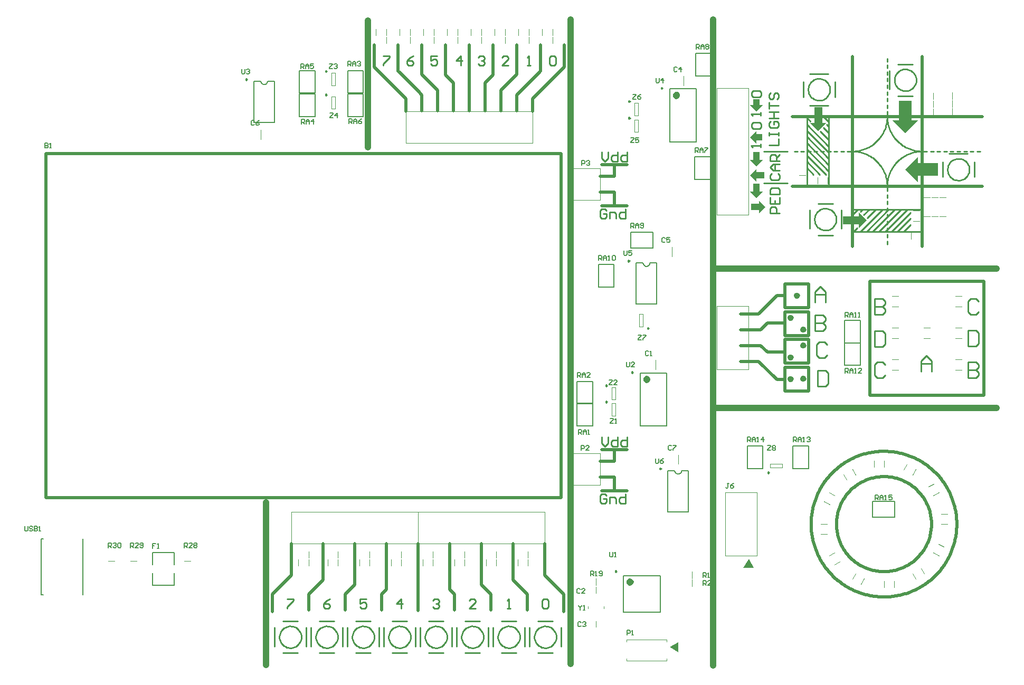
<source format=gto>
G04*
G04 #@! TF.GenerationSoftware,Altium Limited,Altium Designer,18.1.6 (161)*
G04*
G04 Layer_Color=65535*
%FSLAX25Y25*%
%MOIN*%
G70*
G01*
G75*
%ADD10C,0.00984*%
%ADD11C,0.02362*%
%ADD12C,0.00787*%
%ADD13C,0.02000*%
%ADD14C,0.01000*%
%ADD15C,0.00394*%
%ADD16C,0.00500*%
%ADD17C,0.04000*%
%ADD18C,0.00787*%
%ADD19C,0.01968*%
G36*
X564500Y460726D02*
X566500D01*
X562500Y456726D01*
X558500Y460726D01*
X560500D01*
Y464274D01*
X564500D01*
Y460726D01*
D02*
G37*
G36*
X604000Y449500D02*
X606500D01*
X601500Y444500D01*
X596500Y449500D01*
X599000D01*
Y459500D01*
X604000D01*
Y449500D01*
D02*
G37*
G36*
X660500Y451000D02*
X664500D01*
X656500Y443000D01*
X648500Y451000D01*
X652500D01*
Y463500D01*
X660500D01*
Y451000D01*
D02*
G37*
G36*
X562500Y442232D02*
X566047D01*
Y438232D01*
X562500D01*
Y436232D01*
X558500Y440232D01*
X562500Y444232D01*
Y442232D01*
D02*
G37*
G36*
X564500Y426000D02*
X566500D01*
X562500Y422000D01*
X558500Y426000D01*
X560500D01*
Y431000D01*
X564500D01*
Y426000D01*
D02*
G37*
G36*
X664500Y424000D02*
X677000D01*
Y416000D01*
X664500Y416000D01*
X664500Y412000D01*
X656500Y420000D01*
X664500Y428000D01*
Y424000D01*
D02*
G37*
G36*
X562500Y418500D02*
X567500D01*
Y414500D01*
X562500D01*
Y412500D01*
X558500Y416500D01*
X562500Y420500D01*
Y418500D01*
D02*
G37*
G36*
X564500Y406000D02*
X566500D01*
X562500Y402000D01*
X558500Y406000D01*
X560500D01*
Y411000D01*
X564500D01*
Y406000D01*
D02*
G37*
G36*
X568000Y396500D02*
X564000Y392500D01*
Y394500D01*
X559000D01*
Y398500D01*
X564000D01*
Y400500D01*
X568000Y396500D01*
D02*
G37*
G36*
X632000Y388000D02*
X627000Y383000D01*
Y385500D01*
X617000D01*
Y390500D01*
X627000D01*
Y393000D01*
X632000Y388000D01*
D02*
G37*
G36*
X560700Y168450D02*
X554200D01*
X557700Y173950D01*
X560700Y168450D01*
D02*
G37*
G36*
X513250Y114937D02*
X507750Y118437D01*
X513250Y121437D01*
Y114937D01*
D02*
G37*
D10*
X484506Y291826D02*
X483768Y292252D01*
Y291400D01*
X484506Y291826D01*
X502272Y231004D02*
X501534Y231430D01*
Y230577D01*
X502272Y231004D01*
X570492Y228600D02*
X569754Y229026D01*
Y228174D01*
X570492Y228600D01*
X482272Y362272D02*
X481533Y362698D01*
Y361845D01*
X482272Y362272D01*
X494392Y319693D02*
X493654Y320119D01*
Y319267D01*
X494392Y319693D01*
X482592Y463000D02*
X481854Y463426D01*
Y462574D01*
X482592Y463000D01*
Y452500D02*
X481854Y452926D01*
Y452074D01*
X482592Y452500D01*
X468210Y273291D02*
X467472Y273718D01*
Y272865D01*
X468210Y273291D01*
Y283528D02*
X467472Y283954D01*
Y283101D01*
X468210Y283528D01*
X291210Y467189D02*
X290472Y467615D01*
Y466763D01*
X291210Y467189D01*
Y481988D02*
X290472Y482414D01*
Y481562D01*
X291210Y481988D01*
X240890Y476961D02*
X240152Y477387D01*
Y476535D01*
X240890Y476961D01*
X503106Y471320D02*
X502368Y471746D01*
Y470894D01*
X503106Y471320D01*
X474075Y166150D02*
X473337Y166576D01*
Y165724D01*
X474075Y166150D01*
D11*
X494250Y287495D02*
X493806Y288419D01*
X492806Y288647D01*
X492005Y288008D01*
Y286983D01*
X492806Y286344D01*
X493806Y286572D01*
X494250Y287495D01*
X512850Y466989D02*
X512406Y467912D01*
X511407Y468141D01*
X510605Y467501D01*
Y466477D01*
X511407Y465838D01*
X512406Y466066D01*
X512850Y466989D01*
X483622Y159555D02*
X483177Y160479D01*
X482178Y160707D01*
X481377Y160068D01*
Y159043D01*
X482178Y158404D01*
X483177Y158632D01*
X483622Y159555D01*
D12*
X510835Y229724D02*
X511049Y228785D01*
X511650Y228031D01*
X512518Y227613D01*
X513482D01*
X514350Y228031D01*
X514951Y228785D01*
X515165Y229724D01*
X490835Y360992D02*
X491049Y360053D01*
X491650Y359299D01*
X492518Y358881D01*
X493482D01*
X494350Y359299D01*
X494951Y360053D01*
X495165Y360992D01*
X249453Y475681D02*
X249667Y474742D01*
X250268Y473988D01*
X251136Y473570D01*
X252100D01*
X252968Y473988D01*
X253569Y474742D01*
X253784Y475681D01*
X489132Y257968D02*
Y291432D01*
X505668Y257968D02*
Y291432D01*
X489132D02*
X505668D01*
X489132Y257968D02*
X505668Y257968D01*
X506504Y229724D02*
X510835D01*
X515165D02*
X519496D01*
X506504Y203740D02*
X519496D01*
X506504D02*
Y229724D01*
X519496D02*
X519496Y203740D01*
X181110Y157484D02*
Y164965D01*
Y170476D02*
Y177957D01*
X194890Y157484D02*
Y164965D01*
Y170476D02*
Y177957D01*
X181110Y157484D02*
X194890D01*
X181110Y177957D02*
X194890D01*
X499496Y335008D02*
Y360992D01*
X486504Y335008D02*
Y360992D01*
Y335008D02*
X499496D01*
X495165Y360992D02*
X499496D01*
X486504D02*
X490835D01*
X258114Y449697D02*
Y475681D01*
X245122Y449697D02*
Y475681D01*
Y449697D02*
X258114D01*
X253784Y475681D02*
X258114D01*
X245122D02*
X249453D01*
X507732Y437462D02*
Y470926D01*
X524268Y437462D02*
Y470926D01*
X507732D02*
X524268D01*
X507732Y437462D02*
X524268D01*
X478504Y140264D02*
X501732D01*
X478504Y163492D02*
X501732D01*
Y140264D02*
Y163492D01*
X478504Y140264D02*
Y163492D01*
D13*
X689000Y196000D02*
X688989Y197000D01*
X688956Y198000D01*
X688902Y198998D01*
X688826Y199995D01*
X688729Y200991D01*
X688609Y201983D01*
X688468Y202974D01*
X688306Y203960D01*
X688122Y204943D01*
X687917Y205922D01*
X687691Y206896D01*
X687443Y207865D01*
X687175Y208829D01*
X686886Y209786D01*
X686576Y210737D01*
X686245Y211681D01*
X685894Y212617D01*
X685522Y213546D01*
X685131Y214466D01*
X684720Y215377D01*
X684288Y216280D01*
X683838Y217173D01*
X683368Y218055D01*
X682879Y218928D01*
X682371Y219789D01*
X681844Y220640D01*
X681300Y221478D01*
X680737Y222305D01*
X680156Y223119D01*
X679558Y223920D01*
X678942Y224708D01*
X678309Y225483D01*
X677660Y226244D01*
X676994Y226990D01*
X676313Y227722D01*
X675615Y228438D01*
X674902Y229140D01*
X674174Y229825D01*
X673432Y230495D01*
X672675Y231149D01*
X671903Y231785D01*
X671119Y232405D01*
X670321Y233008D01*
X669510Y233593D01*
X668686Y234161D01*
X667850Y234710D01*
X667003Y235241D01*
X666144Y235753D01*
X665274Y236247D01*
X664394Y236722D01*
X663504Y237177D01*
X662604Y237614D01*
X661695Y238030D01*
X660777Y238426D01*
X659850Y238803D01*
X658916Y239159D01*
X657973Y239495D01*
X657024Y239810D01*
X656069Y240105D01*
X655107Y240378D01*
X654139Y240631D01*
X653166Y240862D01*
X652189Y241073D01*
X651207Y241262D01*
X650221Y241430D01*
X649231Y241576D01*
X648239Y241701D01*
X647244Y241804D01*
X646248Y241885D01*
X645249Y241945D01*
X644250Y241983D01*
X643250Y241999D01*
X642250Y241994D01*
X641250Y241967D01*
X640251Y241918D01*
X639254Y241847D01*
X638258Y241755D01*
X637264Y241641D01*
X636274Y241506D01*
X635286Y241349D01*
X634302Y241170D01*
X633322Y240970D01*
X632347Y240749D01*
X631376Y240507D01*
X630411Y240244D01*
X629453Y239960D01*
X628500Y239655D01*
X627555Y239329D01*
X626616Y238983D01*
X625686Y238617D01*
X624763Y238231D01*
X623850Y237824D01*
X622945Y237398D01*
X622050Y236952D01*
X621164Y236487D01*
X620289Y236003D01*
X619425Y235500D01*
X618572Y234978D01*
X617730Y234437D01*
X616901Y233879D01*
X616083Y233303D01*
X615279Y232709D01*
X614487Y232098D01*
X613709Y231469D01*
X612945Y230824D01*
X612195Y230162D01*
X611460Y229485D01*
X610739Y228791D01*
X610034Y228082D01*
X609344Y227358D01*
X608671Y226619D01*
X608013Y225865D01*
X607372Y225097D01*
X606748Y224316D01*
X606141Y223521D01*
X605551Y222713D01*
X604980Y221893D01*
X604426Y221060D01*
X603890Y220216D01*
X603373Y219360D01*
X602874Y218493D01*
X602395Y217615D01*
X601934Y216727D01*
X601494Y215830D01*
X601072Y214923D01*
X600671Y214007D01*
X600289Y213082D01*
X599928Y212150D01*
X599587Y211210D01*
X599267Y210262D01*
X598967Y209308D01*
X598688Y208348D01*
X598430Y207382D01*
X598193Y206410D01*
X597978Y205433D01*
X597783Y204452D01*
X597610Y203467D01*
X597459Y202479D01*
X597329Y201487D01*
X597220Y200493D01*
X597133Y199497D01*
X597068Y198499D01*
X597024Y197500D01*
X597003Y196500D01*
Y195500D01*
X597024Y194500D01*
X597068Y193501D01*
X597133Y192503D01*
X597220Y191507D01*
X597329Y190512D01*
X597459Y189521D01*
X597610Y188532D01*
X597783Y187547D01*
X597978Y186566D01*
X598194Y185590D01*
X598430Y184618D01*
X598688Y183652D01*
X598967Y182692D01*
X599267Y181737D01*
X599587Y180790D01*
X599928Y179850D01*
X600290Y178917D01*
X600671Y177993D01*
X601073Y177077D01*
X601494Y176170D01*
X601935Y175272D01*
X602395Y174384D01*
X602875Y173507D01*
X603373Y172640D01*
X603890Y171784D01*
X604426Y170939D01*
X604980Y170107D01*
X605552Y169286D01*
X606141Y168478D01*
X606748Y167684D01*
X607373Y166902D01*
X608013Y166135D01*
X608671Y165381D01*
X609345Y164642D01*
X610034Y163918D01*
X610740Y163209D01*
X611460Y162515D01*
X612196Y161837D01*
X612946Y161176D01*
X613710Y160531D01*
X614488Y159902D01*
X615279Y159291D01*
X616084Y158697D01*
X616901Y158121D01*
X617731Y157562D01*
X618572Y157022D01*
X619425Y156500D01*
X620290Y155997D01*
X621165Y155513D01*
X622050Y155048D01*
X622945Y154602D01*
X623850Y154176D01*
X624764Y153769D01*
X625686Y153383D01*
X626617Y153016D01*
X627555Y152670D01*
X628501Y152345D01*
X629453Y152040D01*
X630412Y151756D01*
X631377Y151493D01*
X632347Y151251D01*
X633322Y151030D01*
X634302Y150830D01*
X635286Y150651D01*
X636274Y150494D01*
X637265Y150359D01*
X638259Y150245D01*
X639254Y150153D01*
X640252Y150082D01*
X641251Y150033D01*
X642250Y150006D01*
X643251Y150001D01*
X644250Y150017D01*
X645250Y150055D01*
X646248Y150115D01*
X647245Y150196D01*
X648240Y150299D01*
X649232Y150424D01*
X650221Y150570D01*
X651207Y150738D01*
X652189Y150927D01*
X653167Y151138D01*
X654140Y151369D01*
X655107Y151622D01*
X656069Y151896D01*
X657025Y152190D01*
X657974Y152505D01*
X658916Y152841D01*
X659850Y153197D01*
X660777Y153574D01*
X661695Y153970D01*
X662604Y154387D01*
X663504Y154823D01*
X664395Y155278D01*
X665275Y155753D01*
X666145Y156247D01*
X667003Y156759D01*
X667851Y157290D01*
X668686Y157840D01*
X669510Y158407D01*
X670321Y158992D01*
X671119Y159595D01*
X671904Y160215D01*
X672675Y160852D01*
X673432Y161505D01*
X674174Y162175D01*
X674902Y162860D01*
X675615Y163562D01*
X676313Y164278D01*
X676995Y165010D01*
X677660Y165756D01*
X678309Y166517D01*
X678942Y167292D01*
X679558Y168080D01*
X680156Y168881D01*
X680737Y169695D01*
X681300Y170522D01*
X681845Y171361D01*
X682371Y172211D01*
X682879Y173072D01*
X683368Y173945D01*
X683838Y174828D01*
X684288Y175720D01*
X684720Y176623D01*
X685131Y177534D01*
X685522Y178454D01*
X685894Y179383D01*
X686245Y180319D01*
X686576Y181263D01*
X686886Y182214D01*
X687175Y183171D01*
X687443Y184135D01*
X687691Y185104D01*
X687917Y186078D01*
X688122Y187057D01*
X688306Y188040D01*
X688468Y189026D01*
X688609Y190016D01*
X688729Y191009D01*
X688826Y192005D01*
X688902Y193002D01*
X688956Y194000D01*
X688989Y195000D01*
X689000Y196000D01*
X673000Y196000D02*
X672983Y197002D01*
X672933Y198004D01*
X672849Y199003D01*
X672732Y199999D01*
X672582Y200990D01*
X672399Y201976D01*
X672183Y202955D01*
X671934Y203926D01*
X671653Y204888D01*
X671340Y205841D01*
X670995Y206782D01*
X670619Y207712D01*
X670213Y208628D01*
X669776Y209530D01*
X669309Y210418D01*
X668812Y211288D01*
X668287Y212142D01*
X667733Y212978D01*
X667152Y213795D01*
X666544Y214593D01*
X665910Y215369D01*
X665250Y216124D01*
X664565Y216856D01*
X663856Y217565D01*
X663124Y218250D01*
X662369Y218910D01*
X661592Y219544D01*
X660795Y220152D01*
X659978Y220733D01*
X659142Y221287D01*
X658288Y221812D01*
X657417Y222308D01*
X656530Y222776D01*
X655628Y223213D01*
X654712Y223620D01*
X653782Y223995D01*
X652841Y224340D01*
X651888Y224653D01*
X650926Y224934D01*
X649955Y225183D01*
X648976Y225399D01*
X647990Y225582D01*
X646999Y225732D01*
X646003Y225849D01*
X645004Y225933D01*
X644002Y225983D01*
X643000Y226000D01*
X641997Y225983D01*
X640996Y225933D01*
X639997Y225849D01*
X639001Y225732D01*
X638010Y225582D01*
X637024Y225399D01*
X636045Y225183D01*
X635074Y224934D01*
X634112Y224653D01*
X633159Y224340D01*
X632218Y223995D01*
X631288Y223620D01*
X630372Y223213D01*
X629470Y222776D01*
X628582Y222308D01*
X627711Y221812D01*
X626858Y221287D01*
X626022Y220733D01*
X625205Y220152D01*
X624407Y219544D01*
X623631Y218910D01*
X622877Y218250D01*
X622144Y217565D01*
X621435Y216856D01*
X620750Y216124D01*
X620090Y215369D01*
X619456Y214593D01*
X618848Y213795D01*
X618267Y212978D01*
X617713Y212142D01*
X617188Y211288D01*
X616691Y210418D01*
X616224Y209530D01*
X615787Y208628D01*
X615380Y207712D01*
X615005Y206782D01*
X614660Y205841D01*
X614347Y204888D01*
X614066Y203926D01*
X613817Y202955D01*
X613601Y201976D01*
X613418Y200990D01*
X613268Y199999D01*
X613151Y199003D01*
X613067Y198004D01*
X613017Y197002D01*
X613000Y196000D01*
X613017Y194998D01*
X613067Y193996D01*
X613151Y192997D01*
X613268Y192001D01*
X613418Y191010D01*
X613601Y190024D01*
X613817Y189046D01*
X614066Y188074D01*
X614347Y187112D01*
X614660Y186159D01*
X615004Y185218D01*
X615380Y184288D01*
X615787Y183372D01*
X616224Y182470D01*
X616691Y181583D01*
X617188Y180712D01*
X617713Y179858D01*
X618267Y179022D01*
X618848Y178205D01*
X619456Y177408D01*
X620090Y176631D01*
X620750Y175877D01*
X621435Y175144D01*
X622144Y174435D01*
X622876Y173751D01*
X623631Y173091D01*
X624407Y172456D01*
X625204Y171848D01*
X626021Y171267D01*
X626857Y170713D01*
X627711Y170188D01*
X628582Y169692D01*
X629469Y169225D01*
X630372Y168787D01*
X631288Y168381D01*
X632218Y168005D01*
X633159Y167660D01*
X634111Y167347D01*
X635074Y167066D01*
X636045Y166817D01*
X637024Y166601D01*
X638010Y166418D01*
X639001Y166268D01*
X639997Y166151D01*
X640996Y166067D01*
X641997Y166017D01*
X643000Y166000D01*
X644002Y166017D01*
X645004Y166067D01*
X646003Y166151D01*
X646998Y166268D01*
X647990Y166418D01*
X648975Y166601D01*
X649954Y166817D01*
X650926Y167066D01*
X651888Y167347D01*
X652841Y167660D01*
X653782Y168005D01*
X654711Y168380D01*
X655628Y168787D01*
X656530Y169224D01*
X657417Y169691D01*
X658288Y170188D01*
X659142Y170713D01*
X659978Y171267D01*
X660795Y171848D01*
X661592Y172456D01*
X662369Y173090D01*
X663123Y173750D01*
X663856Y174435D01*
X664565Y175144D01*
X665249Y175876D01*
X665909Y176631D01*
X666544Y177407D01*
X667152Y178204D01*
X667733Y179021D01*
X668287Y179857D01*
X668812Y180711D01*
X669308Y181582D01*
X669775Y182469D01*
X670213Y183372D01*
X670619Y184288D01*
X670995Y185217D01*
X671340Y186159D01*
X671653Y187111D01*
X671934Y188074D01*
X672183Y189045D01*
X672399Y190024D01*
X672582Y191010D01*
X672732Y192001D01*
X672849Y192997D01*
X672933Y193996D01*
X672983Y194997D01*
X673000Y196000D01*
X592959Y287839D02*
X592459Y288705D01*
X591459D01*
X590959Y287839D01*
X591459Y286973D01*
X592459D01*
X592959Y287839D01*
X584959Y301339D02*
X584459Y302205D01*
X583459D01*
X582959Y301339D01*
X583459Y300473D01*
X584459D01*
X584959Y301339D01*
X592959Y318839D02*
X592459Y319705D01*
X591459D01*
X590959Y318839D01*
X591459Y317973D01*
X592459D01*
X592959Y318839D01*
X584959Y287654D02*
X584459Y288520D01*
X583459D01*
X582959Y287654D01*
X583459Y286788D01*
X584459D01*
X584959Y287654D01*
X592959Y308839D02*
X592459Y309705D01*
X591459D01*
X590959Y308839D01*
X591459Y307973D01*
X592459D01*
X592959Y308839D01*
X584959Y326339D02*
X584459Y327205D01*
X583459D01*
X582959Y326339D01*
X583459Y325473D01*
X584459D01*
X584959Y326339D01*
X588959Y340339D02*
X588459Y341205D01*
X587459D01*
X586959Y340339D01*
X587459Y339473D01*
X588459D01*
X588959Y340339D01*
X552459Y308839D02*
X565102D01*
X569264Y304677D01*
X580459D01*
X552459Y298839D02*
X563839D01*
X575339Y287339D01*
X580327D01*
X575339Y340339D02*
X580327D01*
X563839Y328839D02*
X575339Y340339D01*
X552459Y328839D02*
X563839D01*
X569264Y323000D02*
X580459D01*
X565102Y318839D02*
X569264Y323000D01*
X552459Y318839D02*
X565102D01*
X580459Y295207D02*
X595459D01*
Y280207D02*
Y295207D01*
X580459Y280207D02*
X595459D01*
X580459D02*
Y295207D01*
Y312707D02*
X595459D01*
Y297707D02*
Y312707D01*
X580459Y297707D02*
X595459D01*
X580459D02*
Y312707D01*
Y330207D02*
X595459D01*
Y315207D02*
Y330207D01*
X580459Y315207D02*
X595459D01*
X580459D02*
Y330207D01*
Y332707D02*
Y347707D01*
Y332707D02*
X595459D01*
Y347707D01*
X580459D02*
X595459D01*
X634000Y277500D02*
Y349500D01*
Y277500D02*
X706000D01*
Y349500D01*
X634000Y349500D02*
X706000Y349500D01*
X113618Y212689D02*
X439118Y212689D01*
X113618Y430189D02*
X113618Y212689D01*
X113618Y430189D02*
X439118D01*
X439118Y212689D01*
X464618Y243189D02*
X480618D01*
X464618Y217189D02*
X480618D01*
X328618Y154689D02*
Y183689D01*
X308618Y157689D02*
Y183689D01*
X288618Y160689D02*
Y183689D01*
X268618Y166689D02*
Y183689D01*
X464618Y397189D02*
X480618D01*
X464618Y423189D02*
X480618D01*
X348618Y141413D02*
Y183689D01*
X428618Y166689D02*
Y183689D01*
X408618Y160689D02*
Y183689D01*
X388618Y157689D02*
Y183689D01*
X368618Y154689D02*
Y183689D01*
D14*
X612890Y388500D02*
X612816Y389503D01*
X612598Y390485D01*
X612238Y391424D01*
X611746Y392302D01*
X611131Y393098D01*
X610407Y393796D01*
X609589Y394381D01*
X608695Y394841D01*
X607743Y395166D01*
X606753Y395348D01*
X605748Y395385D01*
X604749Y395275D01*
X603775Y395021D01*
X602850Y394627D01*
X601991Y394103D01*
X601218Y393460D01*
X600547Y392711D01*
X599992Y391872D01*
X599565Y390961D01*
X599275Y389998D01*
X599129Y389003D01*
Y387997D01*
X599275Y387002D01*
X599565Y386039D01*
X599992Y385128D01*
X600547Y384289D01*
X601218Y383540D01*
X601991Y382897D01*
X602850Y382373D01*
X603776Y381979D01*
X604749Y381725D01*
X605748Y381615D01*
X606754Y381652D01*
X607743Y381834D01*
X608695Y382159D01*
X609589Y382619D01*
X610407Y383204D01*
X611131Y383902D01*
X611746Y384699D01*
X612238Y385576D01*
X612598Y386515D01*
X612816Y387497D01*
X612890Y388500D01*
X608890Y470500D02*
X608816Y471503D01*
X608598Y472485D01*
X608238Y473424D01*
X607746Y474302D01*
X607131Y475098D01*
X606407Y475796D01*
X605589Y476381D01*
X604695Y476841D01*
X603743Y477166D01*
X602753Y477348D01*
X601748Y477385D01*
X600749Y477275D01*
X599775Y477021D01*
X598850Y476627D01*
X597991Y476103D01*
X597218Y475460D01*
X596547Y474711D01*
X595992Y473872D01*
X595565Y472961D01*
X595275Y471998D01*
X595129Y471003D01*
Y469997D01*
X595275Y469002D01*
X595565Y468039D01*
X595992Y467128D01*
X596547Y466289D01*
X597218Y465540D01*
X597991Y464897D01*
X598850Y464373D01*
X599775Y463979D01*
X600749Y463725D01*
X601748Y463615D01*
X602754Y463652D01*
X603743Y463834D01*
X604695Y464159D01*
X605589Y464619D01*
X606407Y465204D01*
X607131Y465902D01*
X607746Y466699D01*
X608238Y467576D01*
X608598Y468515D01*
X608816Y469497D01*
X608890Y470500D01*
X696890Y420000D02*
X696816Y421003D01*
X696598Y421985D01*
X696238Y422924D01*
X695746Y423802D01*
X695131Y424598D01*
X694407Y425296D01*
X693589Y425881D01*
X692695Y426341D01*
X691743Y426666D01*
X690754Y426848D01*
X689748Y426885D01*
X688749Y426775D01*
X687775Y426521D01*
X686850Y426127D01*
X685991Y425603D01*
X685218Y424960D01*
X684547Y424211D01*
X683992Y423372D01*
X683565Y422461D01*
X683275Y421498D01*
X683129Y420503D01*
Y419497D01*
X683275Y418502D01*
X683565Y417539D01*
X683992Y416628D01*
X684547Y415789D01*
X685218Y415040D01*
X685991Y414397D01*
X686850Y413873D01*
X687775Y413479D01*
X688749Y413225D01*
X689748Y413115D01*
X690754Y413152D01*
X691743Y413334D01*
X692695Y413659D01*
X693589Y414119D01*
X694407Y414704D01*
X695131Y415402D01*
X695746Y416198D01*
X696238Y417076D01*
X696598Y418015D01*
X696816Y418997D01*
X696890Y420000D01*
X663390Y476500D02*
X663316Y477503D01*
X663098Y478485D01*
X662738Y479424D01*
X662246Y480302D01*
X661631Y481098D01*
X660907Y481796D01*
X660089Y482381D01*
X659195Y482841D01*
X658243Y483166D01*
X657254Y483348D01*
X656248Y483385D01*
X655249Y483275D01*
X654275Y483021D01*
X653350Y482627D01*
X652491Y482103D01*
X651718Y481460D01*
X651047Y480711D01*
X650492Y479872D01*
X650065Y478961D01*
X649775Y477998D01*
X649629Y477003D01*
Y475997D01*
X649775Y475002D01*
X650065Y474039D01*
X650492Y473128D01*
X651047Y472289D01*
X651718Y471540D01*
X652491Y470897D01*
X653350Y470373D01*
X654275Y469979D01*
X655249Y469725D01*
X656248Y469615D01*
X657254Y469652D01*
X658243Y469834D01*
X659195Y470159D01*
X660089Y470619D01*
X660907Y471204D01*
X661631Y471902D01*
X662246Y472698D01*
X662738Y473576D01*
X663098Y474515D01*
X663316Y475497D01*
X663390Y476500D01*
X390008Y124689D02*
X389934Y125692D01*
X389716Y126674D01*
X389356Y127613D01*
X388864Y128491D01*
X388249Y129287D01*
X387525Y129985D01*
X386707Y130570D01*
X385813Y131030D01*
X384861Y131355D01*
X383872Y131537D01*
X382867Y131574D01*
X381867Y131464D01*
X380894Y131210D01*
X379968Y130816D01*
X379109Y130292D01*
X378336Y129649D01*
X377665Y128900D01*
X377110Y128061D01*
X376683Y127150D01*
X376393Y126187D01*
X376247Y125192D01*
Y124186D01*
X376393Y123191D01*
X376683Y122228D01*
X377110Y121317D01*
X377665Y120478D01*
X378336Y119729D01*
X379109Y119086D01*
X379968Y118562D01*
X380894Y118168D01*
X381867Y117914D01*
X382867Y117804D01*
X383872Y117841D01*
X384861Y118023D01*
X385813Y118348D01*
X386707Y118808D01*
X387525Y119393D01*
X388249Y120091D01*
X388864Y120887D01*
X389356Y121765D01*
X389716Y122704D01*
X389934Y123686D01*
X390008Y124689D01*
X367008D02*
X366934Y125692D01*
X366716Y126674D01*
X366356Y127613D01*
X365864Y128491D01*
X365249Y129287D01*
X364525Y129985D01*
X363707Y130570D01*
X362813Y131030D01*
X361861Y131355D01*
X360872Y131537D01*
X359867Y131574D01*
X358867Y131464D01*
X357894Y131210D01*
X356968Y130816D01*
X356109Y130292D01*
X355336Y129649D01*
X354665Y128900D01*
X354110Y128061D01*
X353683Y127150D01*
X353393Y126187D01*
X353247Y125192D01*
Y124186D01*
X353393Y123191D01*
X353683Y122228D01*
X354110Y121317D01*
X354665Y120478D01*
X355336Y119729D01*
X356109Y119086D01*
X356968Y118562D01*
X357894Y118168D01*
X358867Y117914D01*
X359867Y117804D01*
X360872Y117841D01*
X361861Y118023D01*
X362813Y118348D01*
X363707Y118808D01*
X364525Y119393D01*
X365249Y120091D01*
X365864Y120887D01*
X366356Y121765D01*
X366716Y122704D01*
X366934Y123686D01*
X367008Y124689D01*
X298008D02*
X297935Y125692D01*
X297716Y126674D01*
X297357Y127613D01*
X296864Y128491D01*
X296250Y129287D01*
X295525Y129985D01*
X294707Y130570D01*
X293813Y131030D01*
X292861Y131355D01*
X291872Y131537D01*
X290867Y131574D01*
X289867Y131464D01*
X288894Y131210D01*
X287968Y130816D01*
X287109Y130292D01*
X286336Y129649D01*
X285665Y128900D01*
X285110Y128061D01*
X284683Y127150D01*
X284393Y126187D01*
X284247Y125192D01*
Y124186D01*
X284393Y123191D01*
X284683Y122228D01*
X285110Y121317D01*
X285665Y120478D01*
X286336Y119729D01*
X287109Y119086D01*
X287968Y118562D01*
X288894Y118168D01*
X289867Y117914D01*
X290867Y117804D01*
X291872Y117841D01*
X292861Y118023D01*
X293813Y118348D01*
X294707Y118808D01*
X295525Y119393D01*
X296250Y120091D01*
X296864Y120887D01*
X297357Y121765D01*
X297716Y122704D01*
X297935Y123686D01*
X298008Y124689D01*
X275008D02*
X274935Y125692D01*
X274716Y126674D01*
X274357Y127613D01*
X273864Y128491D01*
X273250Y129287D01*
X272525Y129985D01*
X271707Y130570D01*
X270813Y131030D01*
X269861Y131355D01*
X268872Y131537D01*
X267867Y131574D01*
X266867Y131464D01*
X265894Y131210D01*
X264968Y130816D01*
X264109Y130292D01*
X263336Y129649D01*
X262665Y128900D01*
X262110Y128061D01*
X261683Y127150D01*
X261393Y126187D01*
X261247Y125192D01*
Y124186D01*
X261393Y123191D01*
X261683Y122228D01*
X262110Y121317D01*
X262665Y120478D01*
X263336Y119729D01*
X264109Y119086D01*
X264968Y118562D01*
X265894Y118168D01*
X266867Y117914D01*
X267867Y117804D01*
X268872Y117841D01*
X269861Y118023D01*
X270813Y118348D01*
X271707Y118808D01*
X272525Y119393D01*
X273250Y120091D01*
X273864Y120887D01*
X274357Y121765D01*
X274716Y122704D01*
X274935Y123686D01*
X275008Y124689D01*
X321008D02*
X320935Y125692D01*
X320716Y126674D01*
X320356Y127613D01*
X319864Y128491D01*
X319250Y129287D01*
X318525Y129985D01*
X317707Y130570D01*
X316813Y131030D01*
X315861Y131355D01*
X314872Y131537D01*
X313867Y131574D01*
X312867Y131464D01*
X311894Y131210D01*
X310968Y130816D01*
X310109Y130292D01*
X309336Y129649D01*
X308665Y128900D01*
X308110Y128061D01*
X307683Y127150D01*
X307393Y126187D01*
X307247Y125192D01*
Y124186D01*
X307393Y123191D01*
X307683Y122228D01*
X308110Y121317D01*
X308665Y120478D01*
X309336Y119729D01*
X310109Y119086D01*
X310968Y118562D01*
X311894Y118168D01*
X312867Y117914D01*
X313867Y117804D01*
X314872Y117841D01*
X315861Y118023D01*
X316813Y118348D01*
X317707Y118808D01*
X318525Y119393D01*
X319250Y120091D01*
X319864Y120887D01*
X320356Y121765D01*
X320716Y122704D01*
X320935Y123686D01*
X321008Y124689D01*
X344008D02*
X343934Y125692D01*
X343716Y126674D01*
X343356Y127613D01*
X342864Y128491D01*
X342249Y129287D01*
X341525Y129985D01*
X340707Y130570D01*
X339813Y131030D01*
X338861Y131355D01*
X337872Y131537D01*
X336867Y131574D01*
X335867Y131464D01*
X334894Y131210D01*
X333968Y130816D01*
X333109Y130292D01*
X332336Y129649D01*
X331665Y128900D01*
X331110Y128061D01*
X330683Y127150D01*
X330393Y126187D01*
X330247Y125192D01*
Y124186D01*
X330393Y123191D01*
X330683Y122228D01*
X331110Y121317D01*
X331665Y120478D01*
X332336Y119729D01*
X333109Y119086D01*
X333968Y118562D01*
X334894Y118168D01*
X335867Y117914D01*
X336867Y117804D01*
X337872Y117841D01*
X338861Y118023D01*
X339813Y118348D01*
X340707Y118808D01*
X341525Y119393D01*
X342249Y120091D01*
X342864Y120887D01*
X343356Y121765D01*
X343716Y122704D01*
X343934Y123686D01*
X344008Y124689D01*
X413008D02*
X412934Y125692D01*
X412716Y126674D01*
X412357Y127613D01*
X411864Y128491D01*
X411249Y129287D01*
X410525Y129985D01*
X409707Y130570D01*
X408813Y131030D01*
X407861Y131355D01*
X406872Y131537D01*
X405867Y131574D01*
X404867Y131464D01*
X403894Y131210D01*
X402968Y130816D01*
X402109Y130292D01*
X401336Y129649D01*
X400665Y128900D01*
X400110Y128061D01*
X399683Y127150D01*
X399393Y126187D01*
X399247Y125192D01*
Y124186D01*
X399393Y123191D01*
X399683Y122228D01*
X400110Y121317D01*
X400665Y120478D01*
X401336Y119729D01*
X402109Y119086D01*
X402968Y118562D01*
X403894Y118168D01*
X404867Y117914D01*
X405867Y117804D01*
X406872Y117841D01*
X407861Y118023D01*
X408813Y118348D01*
X409707Y118808D01*
X410525Y119393D01*
X411249Y120091D01*
X411864Y120887D01*
X412357Y121765D01*
X412716Y122704D01*
X412934Y123686D01*
X413008Y124689D01*
X436008D02*
X435934Y125692D01*
X435716Y126674D01*
X435357Y127613D01*
X434864Y128491D01*
X434249Y129287D01*
X433525Y129985D01*
X432707Y130570D01*
X431813Y131030D01*
X430861Y131355D01*
X429872Y131537D01*
X428867Y131574D01*
X427867Y131464D01*
X426894Y131210D01*
X425968Y130816D01*
X425109Y130292D01*
X424336Y129649D01*
X423665Y128900D01*
X423110Y128061D01*
X422683Y127150D01*
X422393Y126187D01*
X422247Y125192D01*
Y124186D01*
X422393Y123191D01*
X422683Y122228D01*
X423110Y121317D01*
X423665Y120478D01*
X424336Y119729D01*
X425109Y119086D01*
X425968Y118562D01*
X426894Y118168D01*
X427867Y117914D01*
X428867Y117804D01*
X429872Y117841D01*
X430861Y118023D01*
X431813Y118348D01*
X432707Y118808D01*
X433525Y119393D01*
X434249Y120091D01*
X434864Y120887D01*
X435357Y121765D01*
X435716Y122704D01*
X435934Y123686D01*
X436008Y124689D01*
X645000Y453500D02*
X645022Y452513D01*
X645089Y451528D01*
X645199Y450547D01*
X645354Y449572D01*
X645552Y448605D01*
X645793Y447647D01*
X646077Y446702D01*
X646403Y445770D01*
X646770Y444853D01*
X647179Y443955D01*
X647627Y443075D01*
X648114Y442216D01*
X648639Y441380D01*
X649202Y440569D01*
X649800Y439783D01*
X650432Y439025D01*
X651098Y438297D01*
X651797Y437599D01*
X652525Y436932D01*
X653283Y436300D01*
X654069Y435702D01*
X654880Y435139D01*
X655716Y434614D01*
X656575Y434127D01*
X657454Y433679D01*
X658353Y433270D01*
X659270Y432903D01*
X660202Y432577D01*
X661147Y432293D01*
X662105Y432052D01*
X663072Y431854D01*
X664047Y431699D01*
X665028Y431589D01*
X666013Y431522D01*
X667000Y431500D01*
X666013Y431478D01*
X665028Y431411D01*
X664047Y431301D01*
X663072Y431146D01*
X662105Y430948D01*
X661147Y430707D01*
X660202Y430423D01*
X659270Y430097D01*
X658354Y429730D01*
X657455Y429321D01*
X656575Y428873D01*
X655716Y428386D01*
X654880Y427861D01*
X654069Y427298D01*
X653283Y426700D01*
X652525Y426068D01*
X651797Y425401D01*
X651098Y424703D01*
X650432Y423975D01*
X649800Y423217D01*
X649202Y422431D01*
X648639Y421620D01*
X648114Y420784D01*
X647627Y419925D01*
X647179Y419045D01*
X646770Y418147D01*
X646403Y417230D01*
X646077Y416298D01*
X645793Y415353D01*
X645552Y414396D01*
X645354Y413428D01*
X645199Y412453D01*
X645089Y411472D01*
X645022Y410487D01*
X645000Y409500D01*
Y409500D02*
X644978Y410487D01*
X644911Y411472D01*
X644801Y412453D01*
X644647Y413428D01*
X644448Y414396D01*
X644207Y415353D01*
X643923Y416298D01*
X643597Y417230D01*
X643230Y418147D01*
X642821Y419045D01*
X642373Y419925D01*
X641886Y420784D01*
X641361Y421620D01*
X640798Y422431D01*
X640200Y423217D01*
X639568Y423975D01*
X638902Y424703D01*
X638203Y425401D01*
X637475Y426068D01*
X636717Y426700D01*
X635931Y427298D01*
X635120Y427861D01*
X634284Y428386D01*
X633425Y428873D01*
X632545Y429321D01*
X631647Y429730D01*
X630730Y430097D01*
X629798Y430423D01*
X628853Y430707D01*
X627895Y430948D01*
X626928Y431146D01*
X625953Y431301D01*
X624972Y431411D01*
X623987Y431478D01*
X623000Y431500D01*
X623987Y431522D01*
X624972Y431589D01*
X625953Y431699D01*
X626928Y431854D01*
X627895Y432052D01*
X628853Y432293D01*
X629798Y432577D01*
X630730Y432903D01*
X631647Y433270D01*
X632546Y433679D01*
X633425Y434127D01*
X634284Y434614D01*
X635120Y435139D01*
X635931Y435702D01*
X636717Y436300D01*
X637475Y436933D01*
X638203Y437599D01*
X638902Y438297D01*
X639568Y439025D01*
X640200Y439783D01*
X640798Y440569D01*
X641361Y441380D01*
X641886Y442216D01*
X642373Y443075D01*
X642821Y443955D01*
X643230Y444854D01*
X643597Y445770D01*
X643923Y446702D01*
X644207Y447647D01*
X644448Y448605D01*
X644647Y449572D01*
X644801Y450547D01*
X644911Y451528D01*
X644978Y452513D01*
X645000Y453500D01*
X616039Y382594D02*
Y394406D01*
X601276Y398539D02*
X610724D01*
X601276Y378461D02*
X610724D01*
X595961Y382594D02*
Y394406D01*
X596095Y460461D02*
X607905D01*
X612039Y465776D02*
Y475224D01*
X591961Y465776D02*
Y475224D01*
X596095Y480539D02*
X607905D01*
X684094Y409961D02*
X695905D01*
X700039Y415276D02*
Y424724D01*
X679961Y415276D02*
Y424724D01*
X684094Y430039D02*
X695905D01*
X666539Y470595D02*
Y482406D01*
X651776Y486539D02*
X661224D01*
X651776Y466461D02*
X661224D01*
X646461Y470595D02*
Y482406D01*
X373079Y118783D02*
Y130595D01*
X378394Y114650D02*
X387843D01*
X378394Y134728D02*
X387843D01*
X393158Y118783D02*
Y130595D01*
X370158Y118783D02*
Y130595D01*
X355394Y134728D02*
X364843D01*
X355394Y114650D02*
X364843D01*
X350079Y118783D02*
Y130595D01*
X281079Y118783D02*
Y130595D01*
X286394Y114650D02*
X295843D01*
X286394Y134728D02*
X295843D01*
X301158Y118783D02*
Y130595D01*
X278158Y118783D02*
Y130595D01*
X263394Y134728D02*
X272843D01*
X263394Y114650D02*
X272843D01*
X258079Y118783D02*
Y130595D01*
X304079Y118783D02*
Y130595D01*
X309394Y114650D02*
X318843D01*
X309394Y134728D02*
X318843D01*
X324158Y118783D02*
Y130595D01*
X347158Y118783D02*
Y130595D01*
X332394Y134728D02*
X341843D01*
X332394Y114650D02*
X341843D01*
X327079Y118783D02*
Y130595D01*
X396079Y118783D02*
Y130595D01*
X401394Y114650D02*
X410843D01*
X401394Y134728D02*
X410843D01*
X416158Y118783D02*
Y130595D01*
X439158Y118783D02*
Y130595D01*
X424394Y134728D02*
X433843D01*
X424394Y114650D02*
X433843D01*
X419079Y118783D02*
Y130595D01*
X567000Y411500D02*
X582000D01*
X567000Y431500D02*
X582000D01*
X627995Y380790D02*
X628090D01*
X655428D02*
X659619Y384981D01*
X651523Y380790D02*
X659629Y388896D01*
X647617Y380790D02*
X659614Y392786D01*
X643712Y380790D02*
X657617Y394695D01*
X639806Y380790D02*
X653712Y394695D01*
X641901D02*
X643995D01*
X637695D02*
X638995D01*
X622894Y394700D02*
X666934D01*
X635901Y380790D02*
X649806Y394695D01*
X628090Y380790D02*
X641995Y394695D01*
X631995Y380790D02*
X645901Y394695D01*
X630134Y391369D02*
X633603Y394695D01*
X622894Y380795D02*
X666800D01*
X632300Y389300D02*
X637695Y394695D01*
X628104Y393296D02*
X629394Y394586D01*
X623394Y391686D02*
X626304Y394596D01*
X624105Y381193D02*
X625966Y383054D01*
X645000Y453500D02*
Y456600D01*
Y458800D02*
Y460800D01*
Y463000D02*
Y465000D01*
Y467200D02*
Y469200D01*
Y471400D02*
Y473400D01*
Y475600D02*
Y477600D01*
Y479800D02*
Y481800D01*
Y484000D02*
Y486000D01*
Y488200D02*
Y490200D01*
X667000Y431500D02*
X670100D01*
X672300D02*
X674300D01*
X676500D02*
X678500D01*
X680700D02*
X682700D01*
X684900D02*
X686900D01*
X689100D02*
X691100D01*
X693300D02*
X695300D01*
X697500D02*
X699500D01*
X701700D02*
X703700D01*
X645000Y406400D02*
Y409500D01*
Y402200D02*
Y404200D01*
Y398000D02*
Y400000D01*
Y393800D02*
Y395800D01*
Y389600D02*
Y391600D01*
Y385400D02*
Y387400D01*
Y381200D02*
Y383200D01*
Y377000D02*
Y379000D01*
Y372800D02*
Y374800D01*
X586300Y431500D02*
X588300D01*
X590500D02*
X592500D01*
X594700D02*
X596700D01*
X598900D02*
X600900D01*
X603100D02*
X605100D01*
X607300D02*
X609300D01*
X611500D02*
X613500D01*
X615700D02*
X617700D01*
X619900D02*
X623000D01*
X594693Y452395D02*
X596555Y450534D01*
X605186Y453106D02*
X608096Y450196D01*
X606796Y448396D02*
X608086Y447106D01*
X602800Y444200D02*
X608195Y438805D01*
X594295Y409700D02*
Y453606D01*
X604869Y446366D02*
X608195Y442897D01*
X594290Y444505D02*
X608195Y430599D01*
X594290Y448410D02*
X608195Y434505D01*
X594290Y440599D02*
X608195Y426694D01*
X608200Y409566D02*
Y453606D01*
X608195Y437505D02*
Y438805D01*
Y432505D02*
Y434599D01*
X594290Y436694D02*
X608195Y422788D01*
X594290Y432788D02*
X608195Y418883D01*
X594290Y428883D02*
X606286Y416886D01*
X594290Y424977D02*
X602396Y416871D01*
X594290Y421072D02*
X598481Y416881D01*
X594290Y448410D02*
Y448505D01*
X600959Y293182D02*
Y283185D01*
X605957D01*
X607624Y284851D01*
Y291516D01*
X605957Y293182D01*
X600959D01*
X607124Y309516D02*
X605457Y311182D01*
X602125D01*
X600459Y309516D01*
Y302851D01*
X602125Y301185D01*
X605457D01*
X607124Y302851D01*
X599459Y328182D02*
Y318185D01*
X604457D01*
X606124Y319851D01*
Y321517D01*
X604457Y323183D01*
X599459D01*
X604457D01*
X606124Y324850D01*
Y326516D01*
X604457Y328182D01*
X599459D01*
X599387Y336185D02*
Y342850D01*
X602720Y346182D01*
X606052Y342850D01*
Y336185D01*
Y341183D01*
X599387D01*
X696000Y318497D02*
Y308500D01*
X700998D01*
X702665Y310166D01*
Y316831D01*
X700998Y318497D01*
X696000D01*
X637000Y317997D02*
Y308000D01*
X641998D01*
X643665Y309666D01*
Y316331D01*
X641998Y317997D01*
X637000D01*
X702665Y336831D02*
X700998Y338497D01*
X697666D01*
X696000Y336831D01*
Y330166D01*
X697666Y328500D01*
X700998D01*
X702665Y330166D01*
X643665Y296831D02*
X641998Y298497D01*
X638666D01*
X637000Y296831D01*
Y290166D01*
X638666Y288500D01*
X641998D01*
X643665Y290166D01*
X696000Y298497D02*
Y288500D01*
X700998D01*
X702665Y290166D01*
Y291832D01*
X700998Y293498D01*
X696000D01*
X700998D01*
X702665Y295164D01*
Y296831D01*
X700998Y298497D01*
X696000D01*
X637000Y338497D02*
Y328500D01*
X641998D01*
X643665Y330166D01*
Y331832D01*
X641998Y333498D01*
X637000D01*
X641998D01*
X643665Y335164D01*
Y336831D01*
X641998Y338497D01*
X637000D01*
X666500Y292500D02*
Y299165D01*
X669832Y302497D01*
X673165Y299165D01*
Y292500D01*
Y297498D01*
X666500D01*
X560502Y465700D02*
X559502Y466700D01*
Y468699D01*
X560502Y469699D01*
X564500D01*
X565500Y468699D01*
Y466700D01*
X564500Y465700D01*
X560502D01*
X565000Y454000D02*
Y455999D01*
Y455000D01*
X559002D01*
X560002Y454000D01*
X570502Y435500D02*
X576500D01*
Y439499D01*
X570502Y441498D02*
Y443497D01*
Y442498D01*
X576500D01*
Y441498D01*
Y443497D01*
X571502Y450495D02*
X570502Y449496D01*
Y447496D01*
X571502Y446496D01*
X575500D01*
X576500Y447496D01*
Y449496D01*
X575500Y450495D01*
X573501D01*
Y448496D01*
X570502Y452494D02*
X576500D01*
X573501D01*
Y456493D01*
X570502D01*
X576500D01*
X570502Y458493D02*
Y462491D01*
Y460492D01*
X576500D01*
X571502Y468489D02*
X570502Y467490D01*
Y465490D01*
X571502Y464491D01*
X572501D01*
X573501Y465490D01*
Y467490D01*
X574501Y468489D01*
X575500D01*
X576500Y467490D01*
Y465490D01*
X575500Y464491D01*
X572002Y417499D02*
X571002Y416499D01*
Y414500D01*
X572002Y413500D01*
X576000D01*
X577000Y414500D01*
Y416499D01*
X576000Y417499D01*
X577000Y419498D02*
X573001D01*
X571002Y421497D01*
X573001Y423497D01*
X577000D01*
X574001D01*
Y419498D01*
X577000Y425496D02*
X571002D01*
Y428495D01*
X572002Y429495D01*
X574001D01*
X575001Y428495D01*
Y425496D01*
Y427495D02*
X577000Y429495D01*
Y392500D02*
X571002D01*
Y395499D01*
X572002Y396499D01*
X574001D01*
X575001Y395499D01*
Y392500D01*
X571002Y402497D02*
Y398498D01*
X577000D01*
Y402497D01*
X574001Y398498D02*
Y400497D01*
X571002Y404496D02*
X577000D01*
Y407495D01*
X576000Y408495D01*
X572002D01*
X571002Y407495D01*
Y404496D01*
X565000Y434000D02*
Y435999D01*
Y435000D01*
X559002D01*
X560002Y434000D01*
X560502Y445700D02*
X559502Y446700D01*
Y448699D01*
X560502Y449699D01*
X564500D01*
X565500Y448699D01*
Y446700D01*
X564500Y445700D01*
X560502D01*
X464618Y251187D02*
Y247188D01*
X466618Y245189D01*
X468617Y247188D01*
Y251187D01*
X474615D02*
Y245189D01*
X471616D01*
X470616Y246189D01*
Y248188D01*
X471616Y249188D01*
X474615D01*
X480613Y251187D02*
Y245189D01*
X477614D01*
X476614Y246189D01*
Y248188D01*
X477614Y249188D01*
X480613D01*
X467617Y214187D02*
X466617Y215187D01*
X464618D01*
X463618Y214187D01*
Y210189D01*
X464618Y209189D01*
X466617D01*
X467617Y210189D01*
Y212188D01*
X465618D01*
X469616Y209189D02*
Y213188D01*
X472615D01*
X473615Y212188D01*
Y209189D01*
X479613Y215187D02*
Y209189D01*
X476614D01*
X475614Y210189D01*
Y212188D01*
X476614Y213188D01*
X479613D01*
X431618Y490687D02*
X432618Y491687D01*
X434617D01*
X435617Y490687D01*
Y486689D01*
X434617Y485689D01*
X432618D01*
X431618Y486689D01*
Y490687D01*
X417618Y485689D02*
X419618D01*
X418618D01*
Y491687D01*
X417618Y490687D01*
X405617Y485689D02*
X401618D01*
X405617Y489688D01*
Y490687D01*
X404617Y491687D01*
X402618D01*
X401618Y490687D01*
X386618D02*
X387618Y491687D01*
X389617D01*
X390617Y490687D01*
Y489688D01*
X389617Y488688D01*
X388617D01*
X389617D01*
X390617Y487688D01*
Y486689D01*
X389617Y485689D01*
X387618D01*
X386618Y486689D01*
X375617Y485689D02*
Y491687D01*
X372618Y488688D01*
X376617D01*
X360617Y491687D02*
X356618D01*
Y488688D01*
X358617Y489688D01*
X359617D01*
X360617Y488688D01*
Y486689D01*
X359617Y485689D01*
X357618D01*
X356618Y486689D01*
X345617Y491687D02*
X343618Y490687D01*
X341618Y488688D01*
Y486689D01*
X342618Y485689D01*
X344617D01*
X345617Y486689D01*
Y487688D01*
X344617Y488688D01*
X341618D01*
X326618Y491687D02*
X330617D01*
Y490687D01*
X326618Y486689D01*
Y485689D01*
X467617Y394187D02*
X466617Y395187D01*
X464618D01*
X463618Y394187D01*
Y390189D01*
X464618Y389189D01*
X466617D01*
X467617Y390189D01*
Y392188D01*
X465618D01*
X469616Y389189D02*
Y393188D01*
X472615D01*
X473615Y392188D01*
Y389189D01*
X479613Y395187D02*
Y389189D01*
X476614D01*
X475614Y390189D01*
Y392188D01*
X476614Y393188D01*
X479613D01*
X464618Y431187D02*
Y427188D01*
X466618Y425189D01*
X468617Y427188D01*
Y431187D01*
X474615D02*
Y425189D01*
X471616D01*
X470616Y426189D01*
Y428188D01*
X471616Y429188D01*
X474615D01*
X480613Y431187D02*
Y425189D01*
X477614D01*
X476614Y426189D01*
Y428188D01*
X477614Y429188D01*
X480613D01*
X266119Y148687D02*
X270118D01*
Y147687D01*
X266119Y143689D01*
Y142689D01*
X293118Y148687D02*
X291118Y147687D01*
X289119Y145688D01*
Y143689D01*
X290119Y142689D01*
X292118D01*
X293118Y143689D01*
Y144688D01*
X292118Y145688D01*
X289119D01*
X316118Y148687D02*
X312119D01*
Y145688D01*
X314118Y146688D01*
X315118D01*
X316118Y145688D01*
Y143689D01*
X315118Y142689D01*
X313119D01*
X312119Y143689D01*
X338118Y142689D02*
Y148687D01*
X335119Y145688D01*
X339118D01*
X358119Y147687D02*
X359119Y148687D01*
X361118D01*
X362118Y147687D01*
Y146688D01*
X361118Y145688D01*
X360118D01*
X361118D01*
X362118Y144688D01*
Y143689D01*
X361118Y142689D01*
X359119D01*
X358119Y143689D01*
X385118Y142689D02*
X381119D01*
X385118Y146688D01*
Y147687D01*
X384118Y148687D01*
X382119D01*
X381119Y147687D01*
X405119Y142689D02*
X407118D01*
X406118D01*
Y148687D01*
X405119Y147687D01*
X427119D02*
X428119Y148687D01*
X430118D01*
X431118Y147687D01*
Y143689D01*
X430118Y142689D01*
X428119D01*
X427119Y143689D01*
Y147687D01*
D15*
X542700Y216200D02*
X562700D01*
X542700Y176200D02*
X562700D01*
X542700D02*
Y216200D01*
X562700Y176200D02*
Y216200D01*
X571000Y234181D02*
X578900D01*
X571000Y231819D02*
X578900D01*
Y234181D01*
X571000Y231819D02*
Y234181D01*
X513100Y233947D02*
Y239853D01*
X655475Y230403D02*
X657444Y233813D01*
X661016Y227204D02*
X662984Y230614D01*
X671005Y219556D02*
X674415Y221525D01*
X674204Y214016D02*
X677614Y215984D01*
X679032Y202398D02*
X682969Y202398D01*
X679032Y196000D02*
X682969Y196000D01*
X677403Y183525D02*
X680813Y181556D01*
X674204Y177984D02*
X677614Y176016D01*
X666556Y167995D02*
X668525Y164585D01*
X661016Y164796D02*
X662984Y161386D01*
X649398Y159968D02*
X649398Y156032D01*
X643000Y159968D02*
X643000Y156032D01*
X628556Y158187D02*
X630525Y161597D01*
X623016Y161386D02*
X624984Y164796D01*
X611585Y170475D02*
X614995Y172444D01*
X608386Y176016D02*
X611796Y177984D01*
X603031Y189602D02*
X606968Y189602D01*
X603031Y196000D02*
X606968Y196000D01*
X605187Y210444D02*
X608597Y208475D01*
X608386Y215984D02*
X611796Y214016D01*
X617475Y227415D02*
X619444Y224005D01*
X623016Y230614D02*
X624984Y227204D01*
X636602Y232031D02*
Y235968D01*
X643000Y232031D02*
Y235968D01*
X200933Y172721D02*
X205067D01*
X166933D02*
X171067D01*
X152933D02*
X157067D01*
X249453Y439047D02*
Y444953D01*
X509000Y365047D02*
Y370953D01*
X488319Y320693D02*
X490681D01*
X488319Y328593D02*
X490681D01*
Y320693D02*
Y328593D01*
X488319Y320693D02*
Y328593D01*
X648032Y319898D02*
X651968D01*
X648032Y313500D02*
X651968D01*
X648032Y293500D02*
X651968D01*
X648032Y299898D02*
X651968D01*
X688031Y293500D02*
X691968D01*
X688031Y299898D02*
X691968D01*
X688031Y313500D02*
X691968D01*
X688031Y319898D02*
X691968D01*
X648032Y339898D02*
X651968D01*
X648032Y333500D02*
X651968D01*
X688031Y339898D02*
X691968D01*
X688031Y333500D02*
X691968D01*
X668032Y313500D02*
X671969D01*
X668032Y319898D02*
X671969D01*
X673032Y402500D02*
X676968D01*
X673032Y408898D02*
X676968D01*
X667602Y459531D02*
Y463469D01*
X674000Y459531D02*
Y463469D01*
X418240Y169720D02*
Y173658D01*
X411843Y169720D02*
Y173658D01*
X391843Y169720D02*
Y173658D01*
X398240Y169720D02*
Y173658D01*
X378240Y169720D02*
Y173658D01*
X371843Y169720D02*
Y173658D01*
X331843Y169720D02*
Y173658D01*
X338240Y169720D02*
Y173658D01*
X318240Y169720D02*
Y173658D01*
X311843Y169720D02*
Y173658D01*
X291843Y169720D02*
Y173658D01*
X298240Y169720D02*
Y173658D01*
X433618Y504720D02*
Y508658D01*
X427221Y504720D02*
Y508658D01*
X412221Y504720D02*
Y508658D01*
X418618Y504720D02*
Y508658D01*
X403618Y504720D02*
Y508658D01*
X397221Y504720D02*
Y508658D01*
X382221Y504720D02*
Y508658D01*
X388618Y504720D02*
Y508658D01*
X373618Y504720D02*
Y508658D01*
X367221Y504720D02*
Y508658D01*
X352221Y504720D02*
Y508658D01*
X358618Y504720D02*
Y508658D01*
X343618Y504720D02*
Y508658D01*
X337221Y504720D02*
Y508658D01*
X322221Y504720D02*
Y508658D01*
X328618Y504720D02*
Y508658D01*
X279618Y169720D02*
Y173658D01*
X273221Y169720D02*
Y173658D01*
X351843Y169720D02*
Y173658D01*
X358240Y169720D02*
Y173658D01*
X668032Y402500D02*
X671969D01*
X668032Y408898D02*
X671969D01*
X667602Y454531D02*
Y458468D01*
X674000Y454531D02*
Y458468D01*
X678031Y408898D02*
X681968D01*
X678031Y402500D02*
X681968D01*
X674000Y464532D02*
Y468469D01*
X667602Y464532D02*
Y468469D01*
X661531Y393898D02*
X665469D01*
X661531Y387500D02*
X665469D01*
X601000Y411031D02*
Y414968D01*
X607398Y411031D02*
Y414968D01*
X487681Y454100D02*
Y462000D01*
X485319Y454100D02*
Y462000D01*
Y454100D02*
X487681D01*
X485319Y462000D02*
X487681D01*
Y443600D02*
Y451500D01*
X485319Y443600D02*
Y451500D01*
Y443600D02*
X487681D01*
X485319Y451500D02*
X487681D01*
X473299Y264391D02*
Y272291D01*
X470937Y264391D02*
Y272291D01*
Y264391D02*
X473299D01*
X470937Y272291D02*
X473299D01*
Y274628D02*
Y282528D01*
X470937Y274628D02*
Y282528D01*
Y274628D02*
X473299D01*
X470937Y282528D02*
X473299D01*
X296299Y458289D02*
Y466189D01*
X293937Y458289D02*
Y466189D01*
Y458289D02*
X296299D01*
X293937Y466189D02*
X296299D01*
Y473088D02*
Y480988D01*
X293937Y473088D02*
Y480988D01*
Y473088D02*
X296299D01*
X293937Y480988D02*
X296299D01*
X557459Y293839D02*
Y333839D01*
X537459Y293839D02*
Y333839D01*
Y293839D02*
X557459D01*
X537459Y333839D02*
X557459D01*
X537500Y471500D02*
X557500D01*
Y391500D02*
Y471500D01*
X537500Y391500D02*
Y471500D01*
Y391500D02*
X557500D01*
X428618Y183689D02*
Y203689D01*
X348618Y183689D02*
X428618D01*
X348618Y203689D02*
X428618D01*
X348618Y183689D02*
Y203689D01*
X341118Y436689D02*
Y456689D01*
X421118D01*
X341118Y436689D02*
X421118D01*
Y456689D01*
X268618Y183689D02*
Y203689D01*
X348618D01*
X268618Y183689D02*
X348618D01*
Y203689D01*
X505697Y109807D02*
Y111126D01*
X480264Y109807D02*
X505697D01*
X480264Y123193D02*
X505697D01*
Y121874D02*
Y123193D01*
X480303Y121874D02*
Y123193D01*
Y109807D02*
Y111126D01*
X589433Y416500D02*
X593567D01*
X686000Y464433D02*
Y468567D01*
Y459433D02*
Y463567D01*
Y454433D02*
Y458567D01*
X660000Y375933D02*
Y380067D01*
X677933Y390500D02*
X682067D01*
X672933D02*
X677067D01*
X667933D02*
X672067D01*
X279618Y174622D02*
Y178756D01*
X298240Y174622D02*
Y178756D01*
X318240Y174555D02*
Y178689D01*
X338240Y174622D02*
Y178756D01*
X358240Y174622D02*
Y178756D01*
X378240Y174622D02*
Y178756D01*
X398240Y174622D02*
Y178756D01*
X418240Y174622D02*
Y178756D01*
X461118Y157488D02*
Y161622D01*
X328618Y499622D02*
Y503756D01*
X343618Y499622D02*
Y503756D01*
X358618Y499622D02*
Y503756D01*
X373618Y499622D02*
Y503756D01*
X388618Y499622D02*
Y503756D01*
X403618Y499622D02*
Y503756D01*
X418618Y499622D02*
Y503756D01*
X433618Y499622D02*
Y503756D01*
X521618Y161811D02*
Y165945D01*
Y156811D02*
Y160945D01*
X443618Y420689D02*
X463618D01*
Y400689D02*
Y420689D01*
X443618Y400689D02*
Y420689D01*
Y400689D02*
X463618D01*
X443618Y240689D02*
X463618D01*
Y220689D02*
Y240689D01*
X443618Y220689D02*
Y240689D01*
Y220689D02*
X463618D01*
X461118Y130910D02*
Y134846D01*
Y152410D02*
Y156346D01*
X516500Y473047D02*
Y478953D01*
X498618Y293736D02*
Y299642D01*
X466040Y142787D02*
Y143969D01*
X456197Y142886D02*
Y144067D01*
D16*
X635638Y200520D02*
Y210362D01*
Y200520D02*
X649811D01*
Y210362D01*
X635638D02*
X649811D01*
X585520Y245261D02*
X595362D01*
X585520Y231088D02*
Y245261D01*
Y231088D02*
X595362Y231088D01*
Y245261D01*
X556638Y231088D02*
X566480D01*
Y245261D01*
X556638D02*
X566480D01*
X556638Y231088D02*
Y245261D01*
X627921Y296327D02*
Y310500D01*
X618079Y296327D02*
X627921D01*
X618079D02*
Y310500D01*
X627921D01*
X627939Y310476D02*
Y324650D01*
X618097Y310476D02*
X627939D01*
X618097D02*
Y324650D01*
X627939D01*
X472480Y345736D02*
Y359909D01*
X462638Y345736D02*
X472480D01*
X462638D02*
Y359909D01*
X472480D01*
X482969Y380362D02*
X497142D01*
Y370520D02*
Y380362D01*
X482969Y370520D02*
X497142D01*
X482969D02*
Y380362D01*
X524138Y479188D02*
Y493361D01*
X533980D01*
Y479188D02*
Y493361D01*
X524138Y479188D02*
X533980D01*
X523520Y413839D02*
Y428012D01*
X533362D01*
Y413839D02*
Y428012D01*
X523520Y413839D02*
X533362D01*
X314099Y453528D02*
Y467701D01*
X304256Y453528D02*
X314099D01*
X304256D02*
Y467701D01*
X314099D01*
X273909Y468327D02*
Y482500D01*
X283752D01*
Y468327D02*
Y482500D01*
X273909Y468327D02*
X283752D01*
X273909Y453528D02*
Y467701D01*
X283752D01*
Y453528D02*
Y467701D01*
X273909Y453528D02*
X283752D01*
X314099Y468327D02*
Y482500D01*
X304256Y468327D02*
X314099D01*
X304256D02*
Y482500D01*
X314099D01*
X449142Y271909D02*
Y286083D01*
X458984D01*
Y271909D02*
Y286083D01*
X449142Y271909D02*
X458984D01*
X449142Y258177D02*
Y272350D01*
X458984D01*
Y258177D02*
Y272350D01*
X449142Y258177D02*
X458984D01*
X480400Y298299D02*
Y295800D01*
X480900Y295300D01*
X481899D01*
X482399Y295800D01*
Y298299D01*
X485398Y295300D02*
X483399D01*
X485398Y297299D01*
Y297799D01*
X484899Y298299D01*
X483899D01*
X483399Y297799D01*
X545049Y221849D02*
X544050D01*
X544550D01*
Y219350D01*
X544050Y218850D01*
X543550D01*
X543050Y219350D01*
X548048Y221849D02*
X547049Y221349D01*
X546049Y220350D01*
Y219350D01*
X546549Y218850D01*
X547548D01*
X548048Y219350D01*
Y219850D01*
X547548Y220350D01*
X546049D01*
X637449Y211282D02*
Y214281D01*
X638948D01*
X639448Y213781D01*
Y212781D01*
X638948Y212282D01*
X637449D01*
X638448D02*
X639448Y211282D01*
X640448D02*
Y213281D01*
X641447Y214281D01*
X642447Y213281D01*
Y211282D01*
Y212781D01*
X640448D01*
X643447Y211282D02*
X644447D01*
X643947D01*
Y214281D01*
X643447Y213781D01*
X647945Y214281D02*
X645946D01*
Y212781D01*
X646946Y213281D01*
X647446D01*
X647945Y212781D01*
Y211782D01*
X647446Y211282D01*
X646446D01*
X645946Y211782D01*
X569500Y245699D02*
X571499D01*
Y245199D01*
X569500Y243200D01*
Y242700D01*
X571499D01*
X572499Y245199D02*
X572999Y245699D01*
X573998D01*
X574498Y245199D01*
Y244699D01*
X573998Y244199D01*
X574498Y243700D01*
Y243200D01*
X573998Y242700D01*
X572999D01*
X572499Y243200D01*
Y243700D01*
X572999Y244199D01*
X572499Y244699D01*
Y245199D01*
X572999Y244199D02*
X573998D01*
X498700Y237499D02*
Y235000D01*
X499200Y234500D01*
X500200D01*
X500699Y235000D01*
Y237499D01*
X503698D02*
X502699Y236999D01*
X501699Y235999D01*
Y235000D01*
X502199Y234500D01*
X503198D01*
X503698Y235000D01*
Y235500D01*
X503198Y235999D01*
X501699D01*
X556843Y247980D02*
Y250979D01*
X558342D01*
X558842Y250479D01*
Y249480D01*
X558342Y248980D01*
X556843D01*
X557842D02*
X558842Y247980D01*
X559842D02*
Y249979D01*
X560841Y250979D01*
X561841Y249979D01*
Y247980D01*
Y249480D01*
X559842D01*
X562841Y247980D02*
X563840D01*
X563340D01*
Y250979D01*
X562841Y250479D01*
X566839Y247980D02*
Y250979D01*
X565340Y249480D01*
X567339D01*
X585800Y248050D02*
Y251049D01*
X587299D01*
X587799Y250549D01*
Y249549D01*
X587299Y249049D01*
X585800D01*
X586800D02*
X587799Y248050D01*
X588799D02*
Y250049D01*
X589799Y251049D01*
X590798Y250049D01*
Y248050D01*
Y249549D01*
X588799D01*
X591798Y248050D02*
X592798D01*
X592298D01*
Y251049D01*
X591798Y250549D01*
X594297D02*
X594797Y251049D01*
X595797D01*
X596297Y250549D01*
Y250049D01*
X595797Y249549D01*
X595297D01*
X595797D01*
X596297Y249049D01*
Y248549D01*
X595797Y248050D01*
X594797D01*
X594297Y248549D01*
X508899Y245299D02*
X508399Y245799D01*
X507400D01*
X506900Y245299D01*
Y243300D01*
X507400Y242800D01*
X508399D01*
X508899Y243300D01*
X509899Y245799D02*
X511898D01*
Y245299D01*
X509899Y243300D01*
Y242800D01*
X100400Y194699D02*
Y192200D01*
X100900Y191700D01*
X101900D01*
X102399Y192200D01*
Y194699D01*
X105398Y194199D02*
X104899Y194699D01*
X103899D01*
X103399Y194199D01*
Y193699D01*
X103899Y193200D01*
X104899D01*
X105398Y192700D01*
Y192200D01*
X104899Y191700D01*
X103899D01*
X103399Y192200D01*
X106398Y194699D02*
Y191700D01*
X107898D01*
X108397Y192200D01*
Y192700D01*
X107898Y193200D01*
X106398D01*
X107898D01*
X108397Y193699D01*
Y194199D01*
X107898Y194699D01*
X106398D01*
X109397Y191700D02*
X110397D01*
X109897D01*
Y194699D01*
X109397Y194199D01*
X153150Y181170D02*
Y184169D01*
X154649D01*
X155149Y183670D01*
Y182670D01*
X154649Y182170D01*
X153150D01*
X154150D02*
X155149Y181170D01*
X156149Y183670D02*
X156649Y184169D01*
X157649D01*
X158148Y183670D01*
Y183170D01*
X157649Y182670D01*
X157149D01*
X157649D01*
X158148Y182170D01*
Y181670D01*
X157649Y181170D01*
X156649D01*
X156149Y181670D01*
X159148Y183670D02*
X159648Y184169D01*
X160648D01*
X161147Y183670D01*
Y181670D01*
X160648Y181170D01*
X159648D01*
X159148Y181670D01*
Y183670D01*
X167150Y181170D02*
Y184169D01*
X168649D01*
X169149Y183670D01*
Y182670D01*
X168649Y182170D01*
X167150D01*
X168150D02*
X169149Y181170D01*
X172148D02*
X170149D01*
X172148Y183170D01*
Y183670D01*
X171649Y184169D01*
X170649D01*
X170149Y183670D01*
X173148Y181670D02*
X173648Y181170D01*
X174648D01*
X175147Y181670D01*
Y183670D01*
X174648Y184169D01*
X173648D01*
X173148Y183670D01*
Y183170D01*
X173648Y182670D01*
X175147D01*
X201150Y181170D02*
Y184169D01*
X202649D01*
X203149Y183670D01*
Y182670D01*
X202649Y182170D01*
X201150D01*
X202150D02*
X203149Y181170D01*
X206148D02*
X204149D01*
X206148Y183170D01*
Y183670D01*
X205648Y184169D01*
X204649D01*
X204149Y183670D01*
X207148D02*
X207648Y184169D01*
X208648D01*
X209147Y183670D01*
Y183170D01*
X208648Y182670D01*
X209147Y182170D01*
Y181670D01*
X208648Y181170D01*
X207648D01*
X207148Y181670D01*
Y182170D01*
X207648Y182670D01*
X207148Y183170D01*
Y183670D01*
X207648Y182670D02*
X208648D01*
X183249Y183870D02*
X181250D01*
Y182370D01*
X182250D01*
X181250D01*
Y180870D01*
X184249D02*
X185249D01*
X184749D01*
Y183870D01*
X184249Y183370D01*
X245299Y450399D02*
X244799Y450899D01*
X243800D01*
X243300Y450399D01*
Y448400D01*
X243800Y447900D01*
X244799D01*
X245299Y448400D01*
X248298Y450899D02*
X247299Y450399D01*
X246299Y449400D01*
Y448400D01*
X246799Y447900D01*
X247798D01*
X248298Y448400D01*
Y448900D01*
X247798Y449400D01*
X246299D01*
X478700Y368799D02*
Y366300D01*
X479200Y365800D01*
X480199D01*
X480699Y366300D01*
Y368799D01*
X483698D02*
X481699D01*
Y367300D01*
X482699Y367799D01*
X483198D01*
X483698Y367300D01*
Y366300D01*
X483198Y365800D01*
X482199D01*
X481699Y366300D01*
X504799Y376399D02*
X504299Y376899D01*
X503300D01*
X502800Y376399D01*
Y374400D01*
X503300Y373900D01*
X504299D01*
X504799Y374400D01*
X507798Y376899D02*
X505799D01*
Y375399D01*
X506799Y375899D01*
X507299D01*
X507798Y375399D01*
Y374400D01*
X507299Y373900D01*
X506299D01*
X505799Y374400D01*
X618420Y326839D02*
Y329838D01*
X619919D01*
X620419Y329338D01*
Y328338D01*
X619919Y327838D01*
X618420D01*
X619419D02*
X620419Y326839D01*
X621419D02*
Y328838D01*
X622418Y329838D01*
X623418Y328838D01*
Y326839D01*
Y328338D01*
X621419D01*
X624418Y326839D02*
X625417D01*
X624918D01*
Y329838D01*
X624418Y329338D01*
X626917Y326839D02*
X627917D01*
X627417D01*
Y329838D01*
X626917Y329338D01*
X618420Y291389D02*
Y294388D01*
X619919D01*
X620419Y293888D01*
Y292888D01*
X619919Y292388D01*
X618420D01*
X619419D02*
X620419Y291389D01*
X621419D02*
Y293388D01*
X622418Y294388D01*
X623418Y293388D01*
Y291389D01*
Y292888D01*
X621419D01*
X624418Y291389D02*
X625417D01*
X624918D01*
Y294388D01*
X624418Y293888D01*
X628916Y291389D02*
X626917D01*
X628916Y293388D01*
Y293888D01*
X628416Y294388D01*
X627417D01*
X626917Y293888D01*
X487753Y315550D02*
X489753D01*
Y315050D01*
X487753Y313051D01*
Y312551D01*
X489753D01*
X490752Y315550D02*
X492752D01*
Y315050D01*
X490752Y313051D01*
Y312551D01*
X462900Y362678D02*
Y365677D01*
X464399D01*
X464899Y365177D01*
Y364177D01*
X464399Y363678D01*
X462900D01*
X463900D02*
X464899Y362678D01*
X465899D02*
Y364677D01*
X466899Y365677D01*
X467898Y364677D01*
Y362678D01*
Y364177D01*
X465899D01*
X468898Y362678D02*
X469898D01*
X469398D01*
Y365677D01*
X468898Y365177D01*
X471397D02*
X471897Y365677D01*
X472897D01*
X473397Y365177D01*
Y363178D01*
X472897Y362678D01*
X471897D01*
X471397Y363178D01*
Y365177D01*
X483181Y383132D02*
Y386131D01*
X484681D01*
X485181Y385631D01*
Y384631D01*
X484681Y384132D01*
X483181D01*
X484181D02*
X485181Y383132D01*
X486180D02*
Y385131D01*
X487180Y386131D01*
X488179Y385131D01*
Y383132D01*
Y384631D01*
X486180D01*
X489179Y383632D02*
X489679Y383132D01*
X490679D01*
X491179Y383632D01*
Y385631D01*
X490679Y386131D01*
X489679D01*
X489179Y385631D01*
Y385131D01*
X489679Y384631D01*
X491179D01*
X484500Y467499D02*
X486499D01*
Y466999D01*
X484500Y465000D01*
Y464500D01*
X486499D01*
X489498Y467499D02*
X488499Y466999D01*
X487499Y466000D01*
Y465000D01*
X487999Y464500D01*
X488999D01*
X489498Y465000D01*
Y465500D01*
X488999Y466000D01*
X487499D01*
X483000Y439999D02*
X484999D01*
Y439499D01*
X483000Y437500D01*
Y437000D01*
X484999D01*
X487998Y439999D02*
X485999D01*
Y438499D01*
X486999Y438999D01*
X487499D01*
X487998Y438499D01*
Y437500D01*
X487499Y437000D01*
X486499D01*
X485999Y437500D01*
X498982Y477804D02*
Y475305D01*
X499482Y474805D01*
X500481D01*
X500981Y475305D01*
Y477804D01*
X503480Y474805D02*
Y477804D01*
X501981Y476304D01*
X503980D01*
X524400Y496152D02*
Y499151D01*
X525899D01*
X526399Y498651D01*
Y497651D01*
X525899Y497152D01*
X524400D01*
X525400D02*
X526399Y496152D01*
X527399D02*
Y498151D01*
X528399Y499151D01*
X529398Y498151D01*
Y496152D01*
Y497651D01*
X527399D01*
X530398Y498651D02*
X530898Y499151D01*
X531897D01*
X532397Y498651D01*
Y498151D01*
X531897Y497651D01*
X532397Y497152D01*
Y496652D01*
X531897Y496152D01*
X530898D01*
X530398Y496652D01*
Y497152D01*
X530898Y497651D01*
X530398Y498151D01*
Y498651D01*
X530898Y497651D02*
X531897D01*
X523800Y430800D02*
Y433799D01*
X525300D01*
X525799Y433299D01*
Y432300D01*
X525300Y431800D01*
X523800D01*
X524800D02*
X525799Y430800D01*
X526799D02*
Y432799D01*
X527799Y433799D01*
X528798Y432799D01*
Y430800D01*
Y432300D01*
X526799D01*
X529798Y433799D02*
X531797D01*
Y433299D01*
X529798Y431300D01*
Y430800D01*
X512341Y484310D02*
X511841Y484810D01*
X510842D01*
X510342Y484310D01*
Y482311D01*
X510842Y481811D01*
X511841D01*
X512341Y482311D01*
X514840Y481811D02*
Y484810D01*
X513341Y483311D01*
X515340D01*
X494399Y304999D02*
X493899Y305499D01*
X492900D01*
X492400Y304999D01*
Y303000D01*
X492900Y302500D01*
X493899D01*
X494399Y303000D01*
X495399Y302500D02*
X496399D01*
X495899D01*
Y305499D01*
X495399Y304999D01*
X450039Y252839D02*
Y255838D01*
X451539D01*
X452039Y255338D01*
Y254338D01*
X451539Y253838D01*
X450039D01*
X451039D02*
X452039Y252839D01*
X453039D02*
Y254838D01*
X454038Y255838D01*
X455038Y254838D01*
Y252839D01*
Y254338D01*
X453039D01*
X456038Y252839D02*
X457037D01*
X456537D01*
Y255838D01*
X456038Y255338D01*
X449415Y288801D02*
Y291800D01*
X450914D01*
X451414Y291300D01*
Y290300D01*
X450914Y289801D01*
X449415D01*
X450415D02*
X451414Y288801D01*
X452414D02*
Y290800D01*
X453414Y291800D01*
X454413Y290800D01*
Y288801D01*
Y290300D01*
X452414D01*
X457412Y288801D02*
X455413D01*
X457412Y290800D01*
Y291300D01*
X456913Y291800D01*
X455913D01*
X455413Y291300D01*
X470118Y262688D02*
X472118D01*
Y262188D01*
X470118Y260189D01*
Y259689D01*
X472118D01*
X473117D02*
X474117D01*
X473617D01*
Y262688D01*
X473117Y262188D01*
X469394Y286968D02*
X471393D01*
Y286468D01*
X469394Y284468D01*
Y283968D01*
X471393D01*
X474392D02*
X472393D01*
X474392Y285968D01*
Y286468D01*
X473892Y286968D01*
X472893D01*
X472393Y286468D01*
X237300Y483399D02*
Y480900D01*
X237800Y480400D01*
X238800D01*
X239299Y480900D01*
Y483399D01*
X240299Y482899D02*
X240799Y483399D01*
X241798D01*
X242298Y482899D01*
Y482399D01*
X241798Y481899D01*
X241299D01*
X241798D01*
X242298Y481400D01*
Y480900D01*
X241798Y480400D01*
X240799D01*
X240299Y480900D01*
X450118Y144877D02*
Y144377D01*
X451118Y143377D01*
X452118Y144377D01*
Y144877D01*
X451118Y143377D02*
Y141878D01*
X453117D02*
X454117D01*
X453617D01*
Y144877D01*
X453117Y144377D01*
X457618Y163378D02*
Y166377D01*
X459118D01*
X459618Y165877D01*
Y164877D01*
X459118Y164378D01*
X457618D01*
X458618D02*
X459618Y163378D01*
X460617D02*
X461617D01*
X461117D01*
Y166377D01*
X460617Y165877D01*
X463116Y163878D02*
X463616Y163378D01*
X464616D01*
X465116Y163878D01*
Y165877D01*
X464616Y166377D01*
X463616D01*
X463116Y165877D01*
Y165377D01*
X463616Y164877D01*
X465116D01*
X451618Y133877D02*
X451118Y134377D01*
X450118D01*
X449618Y133877D01*
Y131878D01*
X450118Y131378D01*
X451118D01*
X451618Y131878D01*
X452617Y133877D02*
X453117Y134377D01*
X454117D01*
X454617Y133877D01*
Y133377D01*
X454117Y132878D01*
X453617D01*
X454117D01*
X454617Y132378D01*
Y131878D01*
X454117Y131378D01*
X453117D01*
X452617Y131878D01*
X451118Y154877D02*
X450618Y155377D01*
X449618D01*
X449118Y154877D01*
Y152878D01*
X449618Y152378D01*
X450618D01*
X451118Y152878D01*
X454117Y152378D02*
X452117D01*
X454117Y154377D01*
Y154877D01*
X453617Y155377D01*
X452617D01*
X452117Y154877D01*
X274618Y483839D02*
Y486838D01*
X276118D01*
X276618Y486338D01*
Y485338D01*
X276118Y484838D01*
X274618D01*
X275618D02*
X276618Y483839D01*
X277617D02*
Y485838D01*
X278617Y486838D01*
X279617Y485838D01*
Y483839D01*
Y485338D01*
X277617D01*
X282616Y486838D02*
X280616D01*
Y485338D01*
X281616Y485838D01*
X282116D01*
X282616Y485338D01*
Y484339D01*
X282116Y483839D01*
X281116D01*
X280616Y484339D01*
X275118Y448839D02*
Y451838D01*
X276618D01*
X277117Y451338D01*
Y450338D01*
X276618Y449838D01*
X275118D01*
X276118D02*
X277117Y448839D01*
X278117D02*
Y450838D01*
X279117Y451838D01*
X280117Y450838D01*
Y448839D01*
Y450338D01*
X278117D01*
X282616Y448839D02*
Y451838D01*
X281116Y450338D01*
X283116D01*
X293118Y455688D02*
X295117D01*
Y455188D01*
X293118Y453189D01*
Y452689D01*
X295117D01*
X297617D02*
Y455688D01*
X296117Y454188D01*
X298117D01*
X292618Y486798D02*
X294618D01*
Y486298D01*
X292618Y484299D01*
Y483799D01*
X294618D01*
X295617Y486298D02*
X296117Y486798D01*
X297117D01*
X297617Y486298D01*
Y485799D01*
X297117Y485299D01*
X296617D01*
X297117D01*
X297617Y484799D01*
Y484299D01*
X297117Y483799D01*
X296117D01*
X295617Y484299D01*
X305236Y449039D02*
Y452038D01*
X306736D01*
X307236Y451539D01*
Y450539D01*
X306736Y450039D01*
X305236D01*
X306236D02*
X307236Y449039D01*
X308235D02*
Y451039D01*
X309235Y452038D01*
X310235Y451039D01*
Y449039D01*
Y450539D01*
X308235D01*
X313234Y452038D02*
X312234Y451539D01*
X311234Y450539D01*
Y449539D01*
X311734Y449039D01*
X312734D01*
X313234Y449539D01*
Y450039D01*
X312734Y450539D01*
X311234D01*
X304500Y485300D02*
Y488299D01*
X305999D01*
X306499Y487799D01*
Y486799D01*
X305999Y486300D01*
X304500D01*
X305500D02*
X306499Y485300D01*
X307499D02*
Y487299D01*
X308499Y488299D01*
X309498Y487299D01*
Y485300D01*
Y486799D01*
X307499D01*
X310498Y487799D02*
X310998Y488299D01*
X311998D01*
X312497Y487799D01*
Y487299D01*
X311998Y486799D01*
X311498D01*
X311998D01*
X312497Y486300D01*
Y485800D01*
X311998Y485300D01*
X310998D01*
X310498Y485800D01*
X452118Y422689D02*
Y425688D01*
X453618D01*
X454118Y425188D01*
Y424189D01*
X453618Y423689D01*
X452118D01*
X455117Y425188D02*
X455617Y425688D01*
X456617D01*
X457117Y425188D01*
Y424688D01*
X456617Y424189D01*
X456117D01*
X456617D01*
X457117Y423689D01*
Y423189D01*
X456617Y422689D01*
X455617D01*
X455117Y423189D01*
X451618Y242689D02*
Y245688D01*
X453118D01*
X453618Y245188D01*
Y244188D01*
X453118Y243689D01*
X451618D01*
X456617Y242689D02*
X454617D01*
X456617Y244688D01*
Y245188D01*
X456117Y245688D01*
X455117D01*
X454617Y245188D01*
X113100Y436699D02*
Y433700D01*
X114600D01*
X115099Y434200D01*
Y434700D01*
X114600Y435199D01*
X113100D01*
X114600D01*
X115099Y435699D01*
Y436199D01*
X114600Y436699D01*
X113100D01*
X116099Y433700D02*
X117099D01*
X116599D01*
Y436699D01*
X116099Y436199D01*
X480591Y125892D02*
Y128891D01*
X482090D01*
X482590Y128391D01*
Y127392D01*
X482090Y126892D01*
X480591D01*
X483590Y125892D02*
X484589D01*
X484089D01*
Y128891D01*
X483590Y128391D01*
X528618Y162378D02*
Y165377D01*
X530118D01*
X530618Y164877D01*
Y163877D01*
X530118Y163378D01*
X528618D01*
X529618D02*
X530618Y162378D01*
X531617D02*
X532617D01*
X532117D01*
Y165377D01*
X531617Y164877D01*
X528618Y157378D02*
Y160377D01*
X530118D01*
X530618Y159877D01*
Y158878D01*
X530118Y158378D01*
X528618D01*
X529618D02*
X530618Y157378D01*
X533617D02*
X531617D01*
X533617Y159377D01*
Y159877D01*
X533117Y160377D01*
X532117D01*
X531617Y159877D01*
X469800Y178288D02*
Y175789D01*
X470300Y175289D01*
X471300D01*
X471799Y175789D01*
Y178288D01*
X472799Y175289D02*
X473799D01*
X473299D01*
Y178288D01*
X472799Y177788D01*
D17*
X537000Y269500D02*
X714000D01*
X535118Y106689D02*
X535118Y514689D01*
X317118Y434189D02*
Y514114D01*
X252618Y107189D02*
Y209689D01*
X445118Y514689D02*
X445118Y107689D01*
X537000Y357500D02*
X714000D01*
D18*
X137051Y151382D02*
Y186618D01*
X110831D02*
X112209D01*
X110831Y151382D02*
Y186618D01*
Y151382D02*
X112209D01*
D19*
X585000Y453500D02*
X705000Y453500D01*
X667000Y371500D02*
Y491500D01*
X585000Y409500D02*
X705000D01*
X623000Y371500D02*
Y491500D01*
X463618Y235689D02*
X472618D01*
Y243189D01*
X463618Y225689D02*
X472618D01*
Y217189D02*
Y225689D01*
Y397189D02*
Y405689D01*
X463618D02*
X472618D01*
Y415689D02*
Y423189D01*
X463618Y415689D02*
X472618D01*
X401118Y470189D02*
X411118Y480189D01*
X401118Y457189D02*
Y470189D01*
X411118Y480189D02*
Y498689D01*
X341118Y456689D02*
Y464689D01*
X321118Y484689D02*
X341118Y464689D01*
X321118Y484689D02*
Y498689D01*
X441118Y484689D02*
Y498689D01*
X421118Y464689D02*
X441118Y484689D01*
X421118Y456689D02*
Y464689D01*
X336618Y481689D02*
X349618Y468689D01*
X336118Y482189D02*
Y498689D01*
X351118Y480189D02*
Y498689D01*
X366118Y479689D02*
Y498689D01*
X371118Y457189D02*
Y474689D01*
X361118Y457189D02*
Y470189D01*
X347618Y470689D02*
X351118Y467189D01*
Y457189D02*
Y467189D01*
Y480189D02*
X361118Y470189D01*
X366118Y479689D02*
X371118Y474689D01*
X391118D02*
X396118Y479689D01*
X411118Y457189D02*
Y467189D01*
X414618Y470689D01*
X391118Y457189D02*
Y474689D01*
X381118Y457189D02*
Y498689D01*
X396118Y479689D02*
Y498689D01*
X426118Y482189D02*
Y498689D01*
X412618Y468689D02*
X425618Y481689D01*
X325618Y151689D02*
X328618Y154689D01*
X325618Y141689D02*
Y151689D01*
X302618D02*
X308618Y157689D01*
X302618Y141689D02*
Y151689D01*
X279618D02*
X288618Y160689D01*
X279618Y141689D02*
Y151689D01*
X268618Y163689D02*
Y166689D01*
X256618Y151689D02*
X268618Y163689D01*
X256618Y140689D02*
Y151689D01*
X440618Y140689D02*
Y151689D01*
X428618Y163689D02*
X440618Y151689D01*
X428618Y163689D02*
Y166689D01*
X417618Y141689D02*
Y151689D01*
X408618Y160689D02*
X417618Y151689D01*
X394618Y141689D02*
Y151689D01*
X388618Y157689D02*
X394618Y151689D01*
X371618Y141689D02*
Y151689D01*
X368618Y154689D02*
X371618Y151689D01*
M02*

</source>
